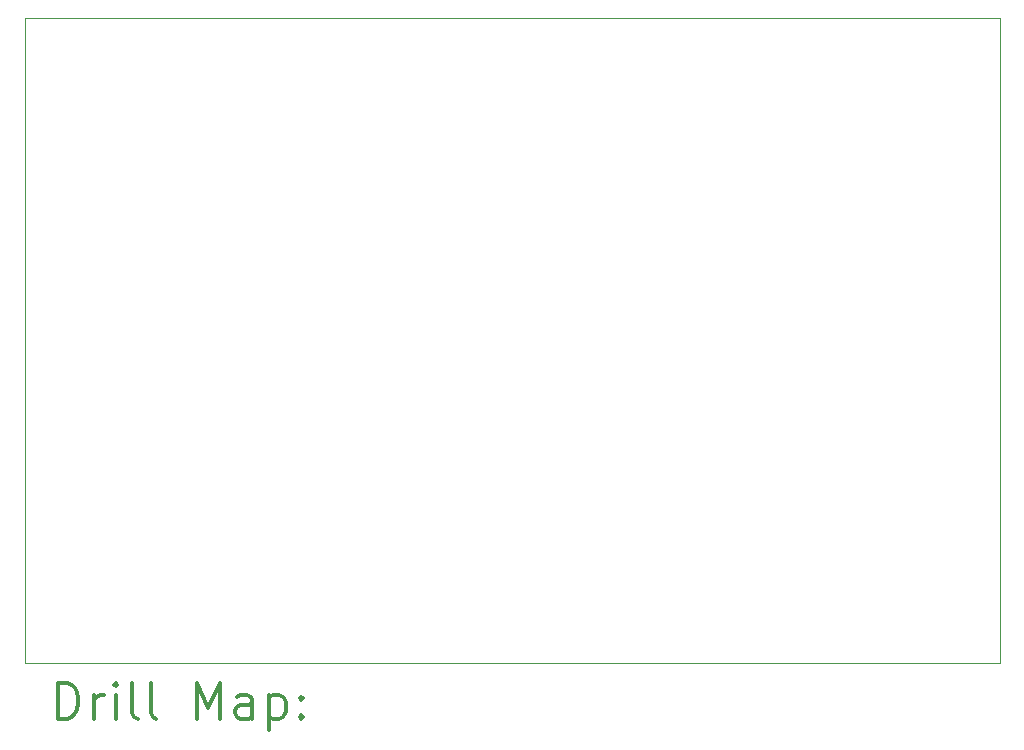
<source format=gbr>
%FSLAX45Y45*%
G04 Gerber Fmt 4.5, Leading zero omitted, Abs format (unit mm)*
G04 Created by KiCad (PCBNEW (5.1.12)-1) date 2022-10-05 17:56:05*
%MOMM*%
%LPD*%
G01*
G04 APERTURE LIST*
%TA.AperFunction,Profile*%
%ADD10C,0.050000*%
%TD*%
%ADD11C,0.200000*%
%ADD12C,0.300000*%
G04 APERTURE END LIST*
D10*
X12700000Y-10541000D02*
X12700000Y-5080000D01*
X20955000Y-10541000D02*
X12700000Y-10541000D01*
X20955000Y-5080000D02*
X20955000Y-10541000D01*
X12700000Y-5080000D02*
X20955000Y-5080000D01*
D11*
D12*
X12983928Y-11009214D02*
X12983928Y-10709214D01*
X13055357Y-10709214D01*
X13098214Y-10723500D01*
X13126786Y-10752072D01*
X13141071Y-10780643D01*
X13155357Y-10837786D01*
X13155357Y-10880643D01*
X13141071Y-10937786D01*
X13126786Y-10966357D01*
X13098214Y-10994929D01*
X13055357Y-11009214D01*
X12983928Y-11009214D01*
X13283928Y-11009214D02*
X13283928Y-10809214D01*
X13283928Y-10866357D02*
X13298214Y-10837786D01*
X13312500Y-10823500D01*
X13341071Y-10809214D01*
X13369643Y-10809214D01*
X13469643Y-11009214D02*
X13469643Y-10809214D01*
X13469643Y-10709214D02*
X13455357Y-10723500D01*
X13469643Y-10737786D01*
X13483928Y-10723500D01*
X13469643Y-10709214D01*
X13469643Y-10737786D01*
X13655357Y-11009214D02*
X13626786Y-10994929D01*
X13612500Y-10966357D01*
X13612500Y-10709214D01*
X13812500Y-11009214D02*
X13783928Y-10994929D01*
X13769643Y-10966357D01*
X13769643Y-10709214D01*
X14155357Y-11009214D02*
X14155357Y-10709214D01*
X14255357Y-10923500D01*
X14355357Y-10709214D01*
X14355357Y-11009214D01*
X14626786Y-11009214D02*
X14626786Y-10852072D01*
X14612500Y-10823500D01*
X14583928Y-10809214D01*
X14526786Y-10809214D01*
X14498214Y-10823500D01*
X14626786Y-10994929D02*
X14598214Y-11009214D01*
X14526786Y-11009214D01*
X14498214Y-10994929D01*
X14483928Y-10966357D01*
X14483928Y-10937786D01*
X14498214Y-10909214D01*
X14526786Y-10894929D01*
X14598214Y-10894929D01*
X14626786Y-10880643D01*
X14769643Y-10809214D02*
X14769643Y-11109214D01*
X14769643Y-10823500D02*
X14798214Y-10809214D01*
X14855357Y-10809214D01*
X14883928Y-10823500D01*
X14898214Y-10837786D01*
X14912500Y-10866357D01*
X14912500Y-10952072D01*
X14898214Y-10980643D01*
X14883928Y-10994929D01*
X14855357Y-11009214D01*
X14798214Y-11009214D01*
X14769643Y-10994929D01*
X15041071Y-10980643D02*
X15055357Y-10994929D01*
X15041071Y-11009214D01*
X15026786Y-10994929D01*
X15041071Y-10980643D01*
X15041071Y-11009214D01*
X15041071Y-10823500D02*
X15055357Y-10837786D01*
X15041071Y-10852072D01*
X15026786Y-10837786D01*
X15041071Y-10823500D01*
X15041071Y-10852072D01*
M02*

</source>
